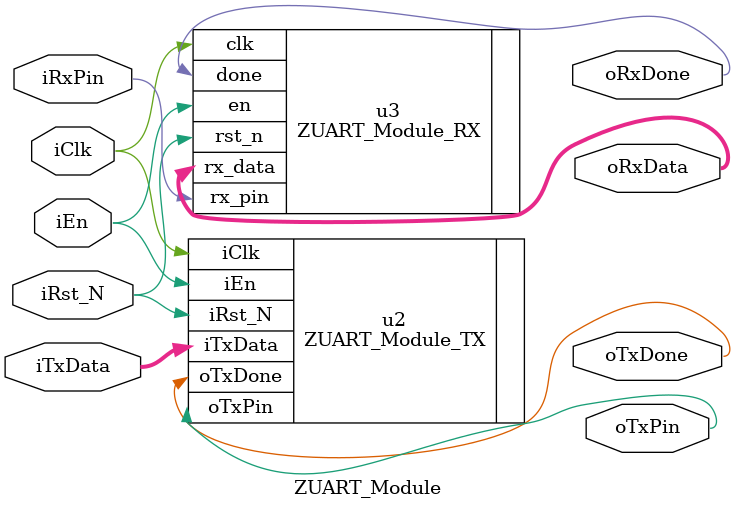
<source format=v>
`timescale 1ns / 1ps
module ZUART_Module(
    input iClk,
    input iRst_N,
    input iEn,

    //tx logic.
    input [7:0] iTxData,
    output oTxDone,
	output oTxPin,

	//rx logic.
	input iRxPin,
    output [7:0] oRxData,
    output oRxDone  
    );

//Transmit module.
ZUART_Module_TX u2(
    .iClk(iClk), //input.
    .iRst_N(iRst_N), //input.
    .iEn(iEn), //input.

    .iTxData(iTxData), //input.
    .oTxPin(oTxPin), //output.
    .oTxDone(oTxDone) //output.
    );

//Receive module.
ZUART_Module_RX u3(
    .clk(iClk), //input.
    .rst_n(iRst_N), //input.
    .en(iEn), //input.
    .rx_pin(iRxPin), //input.
    .rx_data(oRxData), //output.
    .done(oRxDone) //output.
    );
endmodule

</source>
